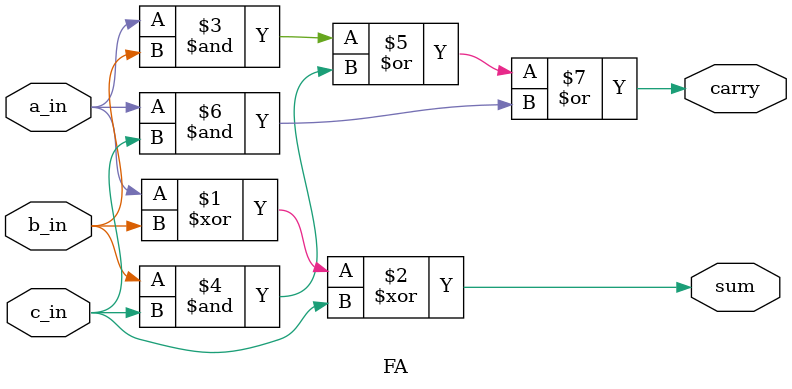
<source format=v>
module FA(input a_in, b_in, c_in, output sum, carry);
  assign sum = a_in ^ b_in ^ c_in;
  assign carry = (a_in & b_in) | (b_in & c_in) | (a_in & c_in);
endmodule

</source>
